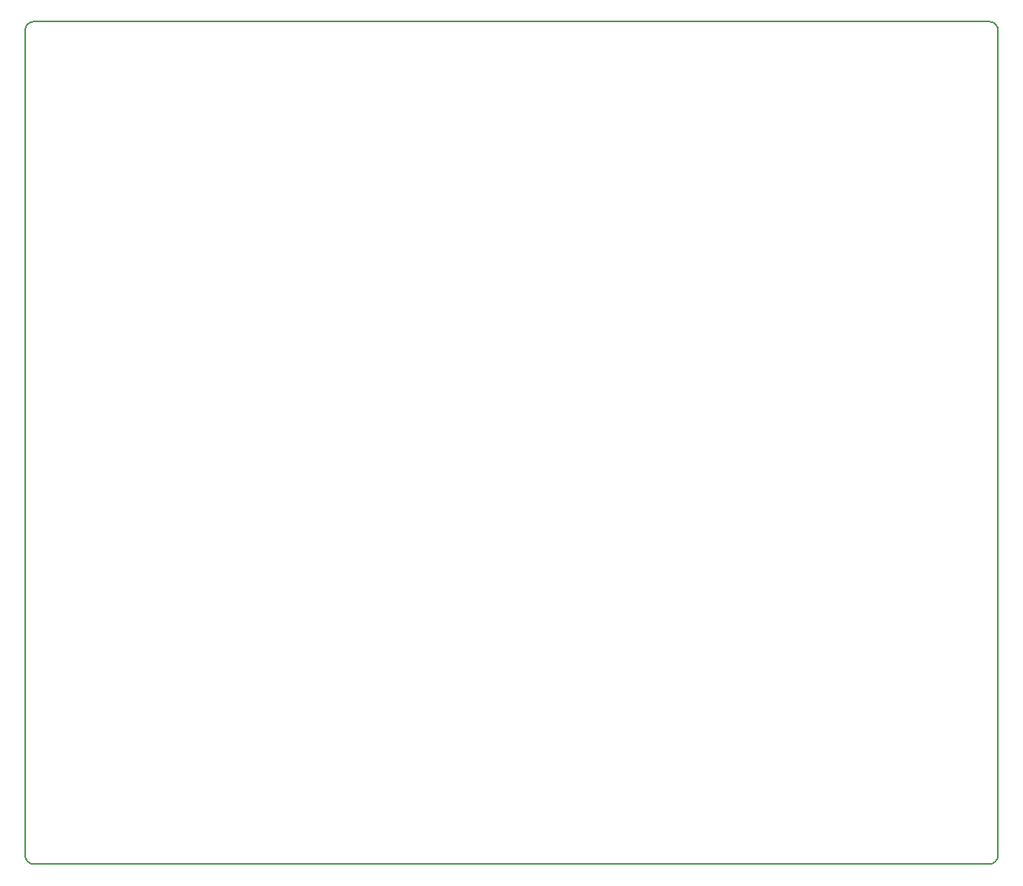
<source format=gm1>
G04 #@! TF.GenerationSoftware,KiCad,Pcbnew,(5.1.0-0)*
G04 #@! TF.CreationDate,2020-01-05T13:41:57+00:00*
G04 #@! TF.ProjectId,tag_connect_adaptor,7461675f-636f-46e6-9e65-63745f616461,V1.0*
G04 #@! TF.SameCoordinates,Original*
G04 #@! TF.FileFunction,Profile,NP*
%FSLAX46Y46*%
G04 Gerber Fmt 4.6, Leading zero omitted, Abs format (unit mm)*
G04 Created by KiCad (PCBNEW (5.1.0-0)) date 2020-01-05 13:41:57*
%MOMM*%
%LPD*%
G04 APERTURE LIST*
%ADD10C,0.150000*%
G04 APERTURE END LIST*
D10*
X122000000Y-111500000D02*
G75*
G02X121000000Y-112500000I-1000000J0D01*
G01*
X14000000Y-20000000D02*
G75*
G02X15000000Y-19000000I1000000J0D01*
G01*
X15000000Y-112500000D02*
G75*
G02X14000000Y-111500000I0J1000000D01*
G01*
X121000000Y-19000000D02*
G75*
G02X122000000Y-20000000I0J-1000000D01*
G01*
X14000000Y-20000000D02*
X14000000Y-111500000D01*
X121000000Y-19000000D02*
X15000000Y-19000000D01*
X122000000Y-111500000D02*
X122000000Y-20000000D01*
X15000000Y-112500000D02*
X121000000Y-112500000D01*
M02*

</source>
